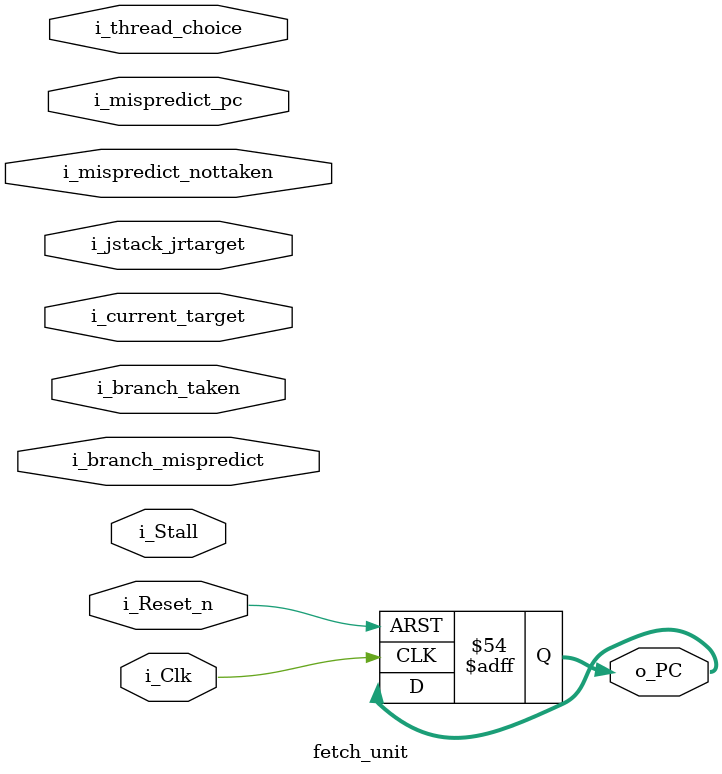
<source format=v>

module fetch_unit	#(
					parameter ADDRESS_WIDTH = 22,
					parameter DATA_WIDTH = 32
				)
				(	// Inputs
					input i_Clk,
					input i_Reset_n,
					input i_Stall,

					//Control Signals
					input i_branch_taken,		//from branch predictor
					input [7:0] i_branch_mispredict,	//from hazard detection/EX [first bit - if mispredicted, second if taken] x4
					input [1:0] i_thread_choice,		//which thread to take from

					//The next address possibilities,
					//normal execution - PC + (4- PC%4)							//local information
					input [4*(ADDRESS_WIDTH)-1:0] i_current_target,			//from Pre-Aligner
					input [4*(ADDRESS_WIDTH)-1:0] i_mispredict_nottaken,	//from EX, target of mispredicted branch
					input [4*(ADDRESS_WIDTH)-1:0] i_mispredict_pc,			//from EX, pc of mispredicted branch
					input [4*(ADDRESS_WIDTH)-1:0] i_jstack_jrtarget,		//from jump stack, address for jr

					// Outputs
					output reg [ADDRESS_WIDTH-1:0] o_PC
				);


reg [ADDRESS_WIDTH-1:0] o_PC1;
reg [ADDRESS_WIDTH-1:0] o_PC2;
reg [ADDRESS_WIDTH-1:0] o_PC3;
reg [ADDRESS_WIDTH-1:0] o_PC4;



	// PC incrementing state machine
always @(posedge i_Clk or negedge i_Reset_n)
begin
	if( !i_Reset_n )
	begin
		o_PC <= 0;
	end
	else
	begin
		if( !i_Stall )
		begin
			// If not stalled, we can change the PC
			case(i_thread_choice)
				0:
				begin
					case({i_branch_taken[0], i_branch_mispredict[1:0]})
						3'b00x:	//not taken, not mispredicted
						begin
							o_PC1 <= {o_PC1[ADDRESS_WIDTH-1:3]+1, 2'b00};	//PC = PC + (4-PC%4)
						end

						3'b10x:	//taken, not mispredicted
						begin
							o_PC1 <= i_current_target[ADDRESS_WIDTH-1:0];
						end

						3'bx10:	//mispredicted as not taken
						begin
							o_PC1 <= i_mispredict_nottaken[ADDRESS_WIDTH-1:0];
						end

						3'bx11:	//mispredicted as taken
						begin
							o_PC1 <= {i_mispredict_pc[ADDRESS_WIDTH-1:3]+1, 2'b00};	//PC = PC + (4-PC%4)
						end
					endcase
				end

				1:
				begin
					case({i_branch_taken[1], i_branch_mispredict[3:2]})
						3'b00x:	//not taken, not mispredicted
						begin
							o_PC2 <= {o_PC2[ADDRESS_WIDTH-1:3]+1, 2'b00};	//PC = PC + (4-PC%4)
						end

						3'b10x:	//taken, not mispredicted
						begin
							o_PC2 <= i_current_target[(2*ADDRESS_WIDTH)-1:ADDRESS_WIDTH];
						end

						3'bx10:	//mispredicted as not taken
						begin
							o_PC2 <= i_mispredict_nottaken[(2*ADDRESS_WIDTH)-1:ADDRESS_WIDTH];
						end

						3'bx11:	//mispredicted as taken
						begin
							o_PC2 <= {i_mispredict_pc[(2*ADDRESS_WIDTH)-1:ADDRESS_WIDTH+3]+1, 2'b00};	//PC = PC + (4-PC%4)
						end
					endcase
				end

				2:
				begin
					case({i_branch_taken[2], i_branch_mispredict[5:4]})
						3'b00x:	//not taken, not mispredicted
						begin
							o_PC3 <= {o_PC3[ADDRESS_WIDTH-1:3]+1, 2'b00};	//PC = PC + (4-PC%4)
						end

						3'b10x:	//taken, not mispredicted
						begin
							o_PC3 <= i_current_target[(3*ADDRESS_WIDTH)-1:2*ADDRESS_WIDTH];
						end

						3'bx10:	//mispredicted as not taken
						begin
							o_PC3 <= i_mispredict_nottaken[(3*ADDRESS_WIDTH)-1:2*ADDRESS_WIDTH];
						end

						3'bx11:	//mispredicted as taken
						begin
							o_PC3 <= {i_mispredict_pc[(3*ADDRESS_WIDTH)-1:2*ADDRESS_WIDTH+3]+1, 2'b00};	//PC = PC + (4-PC%4)
						end
					endcase
				end

				3:
				begin
					case({i_branch_taken[3], i_branch_mispredict[7:6]})
						3'b00x:	//not taken, not mispredicted
						begin
							o_PC4 <= {o_PC4[ADDRESS_WIDTH-1:3]+1, 2'b00};	//PC = PC + (4-PC%4)
						end

						3'b10x:	//taken, not mispredicted
						begin
							o_PC4 <= i_current_target[(4*ADDRESS_WIDTH)-1:3*ADDRESS_WIDTH];
						end

						3'bx10:	//mispredicted as not taken
						begin
							o_PC4 <= i_mispredict_nottaken[(4*ADDRESS_WIDTH)-1:3*ADDRESS_WIDTH];
						end

						3'bx11:	//mispredicted as taken
						begin
							o_PC4 <= {i_mispredict_pc[(4*ADDRESS_WIDTH)-1:3*ADDRESS_WIDTH+3]+1, 2'b00};	//PC = PC + (4-PC%4)
						end
					endcase
				end

			endcase
		end
	end
end



endmodule

</source>
